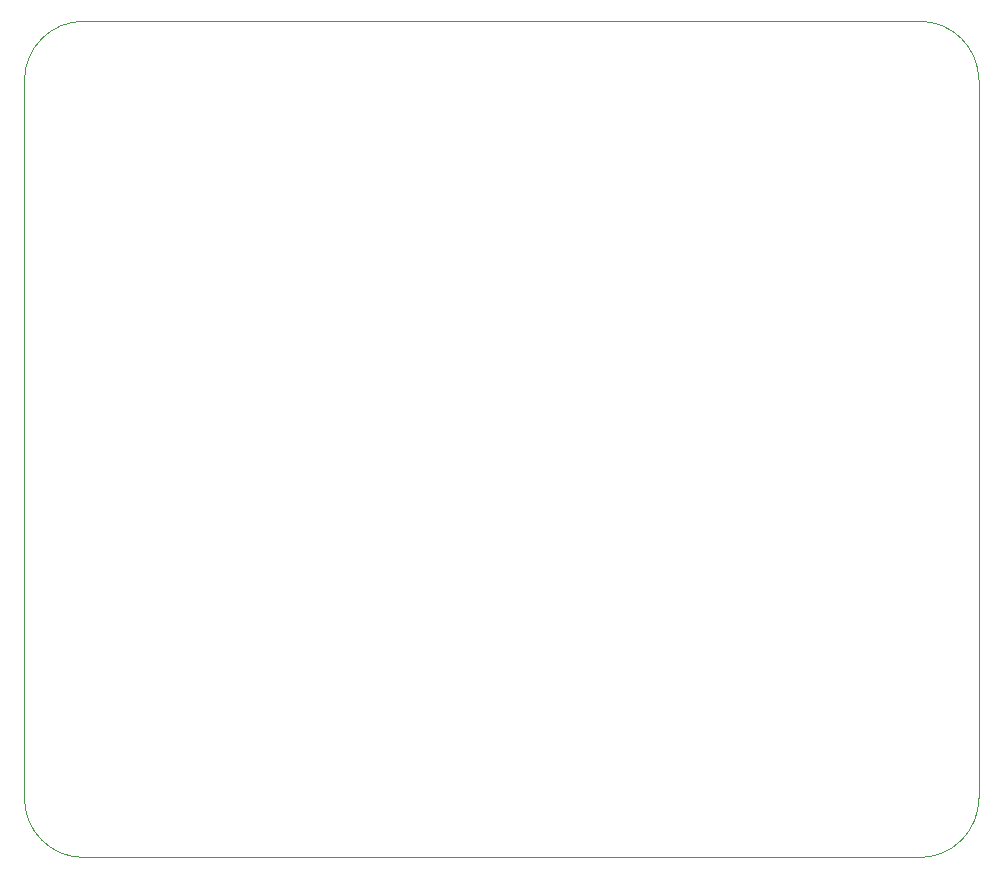
<source format=gbr>
%TF.GenerationSoftware,KiCad,Pcbnew,7.0.6-0*%
%TF.CreationDate,2023-08-01T13:46:47-04:00*%
%TF.ProjectId,Power Selector,506f7765-7220-4536-956c-6563746f722e,rev?*%
%TF.SameCoordinates,Original*%
%TF.FileFunction,Profile,NP*%
%FSLAX46Y46*%
G04 Gerber Fmt 4.6, Leading zero omitted, Abs format (unit mm)*
G04 Created by KiCad (PCBNEW 7.0.6-0) date 2023-08-01 13:46:47*
%MOMM*%
%LPD*%
G01*
G04 APERTURE LIST*
%TA.AperFunction,Profile*%
%ADD10C,0.100000*%
%TD*%
G04 APERTURE END LIST*
D10*
X136320000Y-135400000D02*
G75*
G03*
X141320000Y-130400000I0J5000000D01*
G01*
X60520000Y-130400000D02*
X60520000Y-69600000D01*
X65520000Y-64600000D02*
X136320000Y-64600000D01*
X65520000Y-64600000D02*
G75*
G03*
X60520000Y-69600000I0J-5000000D01*
G01*
X65520000Y-135400000D02*
X136320000Y-135400000D01*
X141320000Y-69600000D02*
G75*
G03*
X136320000Y-64600000I-5000000J0D01*
G01*
X60520000Y-130400000D02*
G75*
G03*
X65520000Y-135400000I5000000J0D01*
G01*
X141320000Y-130400000D02*
X141320000Y-69600000D01*
M02*

</source>
